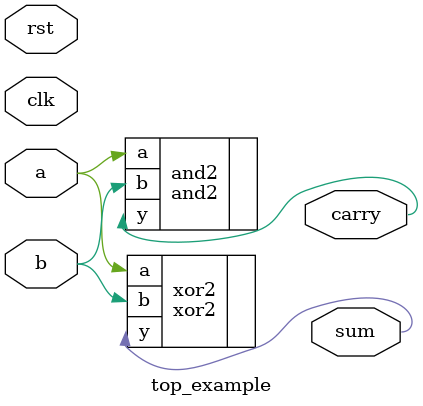
<source format=sv>
`timescale 1 ns / 1 ps

module top_example (
    input  logic clk,
    input  logic rst,
    input  logic a,
    input  logic b,
    output logic sum,
    output logic carry
);

    xor2 xor2 (
        .y(sum),
        .a(a),
        .b(b)
    );

    and2 and2 (
        .y(carry),
        .a(a),
        .b(b)
    );

endmodule

</source>
